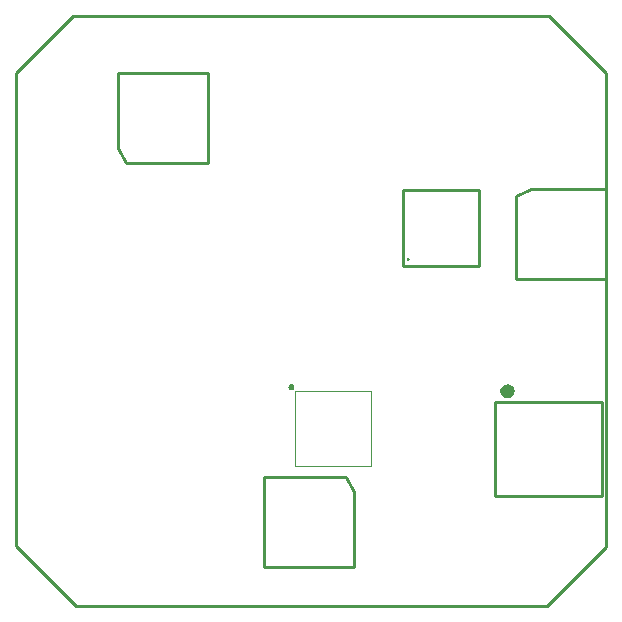
<source format=gm1>
%FSLAX25Y25*%
%MOIN*%
G70*
G01*
G75*
G04 Layer_Color=16711935*
%ADD10R,0.05512X0.04724*%
%ADD11R,0.04331X0.07480*%
%ADD12R,0.05315X0.01575*%
%ADD13R,0.09449X0.02992*%
%ADD14R,0.05118X0.02756*%
%ADD15O,0.03347X0.01102*%
%ADD16O,0.01102X0.03347*%
%ADD17R,0.06693X0.06693*%
%ADD18R,0.16535X0.16535*%
%ADD19O,0.02900X0.01100*%
%ADD20O,0.01100X0.02900*%
%ADD21R,0.15748X0.15748*%
%ADD22R,0.17606X0.17606*%
%ADD23O,0.03347X0.01102*%
%ADD24O,0.01102X0.03347*%
%ADD25R,0.04724X0.04724*%
%ADD26R,0.04921X0.07874*%
%ADD27R,0.02756X0.03543*%
%ADD28R,0.02756X0.00984*%
%ADD29R,0.02402X0.08661*%
%ADD30R,0.05512X0.04331*%
%ADD31R,0.01181X0.01181*%
%ADD32R,0.01181X0.01181*%
%ADD33R,0.02362X0.01969*%
%ADD34R,0.01969X0.02362*%
%ADD35R,0.02756X0.03543*%
%ADD36R,0.03543X0.02756*%
%ADD37R,0.02992X0.09449*%
%ADD38R,0.04331X0.05512*%
%ADD39R,0.04724X0.04724*%
%ADD40R,0.07480X0.04331*%
%ADD41C,0.01200*%
%ADD42C,0.02000*%
%ADD43C,0.01000*%
%ADD44C,0.01500*%
%ADD45O,0.06299X0.04724*%
%ADD46C,0.04724*%
%ADD47R,0.06299X0.06299*%
%ADD48C,0.06299*%
%ADD49R,0.07480X0.07480*%
%ADD50C,0.07480*%
%ADD51C,0.02400*%
%ADD52C,0.03150*%
%ADD53C,0.04000*%
%ADD54O,0.08331X0.06756*%
%ADD55C,0.06756*%
G04:AMPARAMS|DCode=56|XSize=99.37mil|YSize=99.37mil|CornerRadius=0mil|HoleSize=0mil|Usage=FLASHONLY|Rotation=0.000|XOffset=0mil|YOffset=0mil|HoleType=Round|Shape=Relief|Width=10mil|Gap=10mil|Entries=4|*
%AMTHD56*
7,0,0,0.09937,0.07937,0.01000,45*
%
%ADD56THD56*%
%ADD57C,0.07937*%
G04:AMPARAMS|DCode=58|XSize=95.433mil|YSize=95.433mil|CornerRadius=0mil|HoleSize=0mil|Usage=FLASHONLY|Rotation=0.000|XOffset=0mil|YOffset=0mil|HoleType=Round|Shape=Relief|Width=10mil|Gap=10mil|Entries=4|*
%AMTHD58*
7,0,0,0.09543,0.07543,0.01000,45*
%
%ADD58THD58*%
%ADD59C,0.07543*%
G04:AMPARAMS|DCode=60|XSize=72mil|YSize=72mil|CornerRadius=0mil|HoleSize=0mil|Usage=FLASHONLY|Rotation=0.000|XOffset=0mil|YOffset=0mil|HoleType=Round|Shape=Relief|Width=10mil|Gap=10mil|Entries=4|*
%AMTHD60*
7,0,0,0.07200,0.05200,0.01000,45*
%
%ADD60THD60*%
%ADD61C,0.05200*%
%ADD62C,0.00984*%
%ADD63C,0.00394*%
%ADD64C,0.00315*%
%ADD65C,0.00787*%
%ADD66C,0.00500*%
%ADD67R,0.02756X0.02756*%
%ADD68R,0.02756X0.02756*%
%ADD69R,0.05039X0.04252*%
%ADD70R,0.09370X0.02913*%
%ADD71O,0.03150X0.00906*%
%ADD72O,0.00906X0.03150*%
%ADD73O,0.02920X0.01120*%
%ADD74O,0.01120X0.02920*%
%ADD75R,0.15348X0.15348*%
%ADD76O,0.00700X0.02500*%
%ADD77O,0.02500X0.00700*%
%ADD78R,0.02913X0.09370*%
%ADD79R,0.05906X0.05118*%
%ADD80R,0.05131X0.08280*%
%ADD81R,0.06115X0.02375*%
%ADD82R,0.09528X0.03071*%
%ADD83R,0.05918X0.03556*%
%ADD84O,0.03898X0.01654*%
%ADD85O,0.01654X0.03898*%
%ADD86R,0.07244X0.07244*%
%ADD87O,0.03700X0.01900*%
%ADD88O,0.01900X0.03700*%
%ADD89R,0.16548X0.16548*%
%ADD90R,0.18709X0.18709*%
%ADD91O,0.04449X0.02205*%
%ADD92O,0.02205X0.04449*%
%ADD93R,0.05524X0.05524*%
%ADD94R,0.05709X0.08661*%
%ADD95R,0.03556X0.04343*%
%ADD96R,0.03556X0.01784*%
%ADD97R,0.03202X0.09461*%
%ADD98R,0.06312X0.05131*%
%ADD99R,0.03162X0.02769*%
%ADD100R,0.02769X0.03162*%
%ADD101R,0.03556X0.04343*%
%ADD102R,0.04343X0.03556*%
%ADD103R,0.03071X0.09528*%
%ADD104R,0.05131X0.06312*%
%ADD105R,0.05524X0.05524*%
%ADD106R,0.08280X0.05131*%
%ADD107O,0.07099X0.05524*%
%ADD108C,0.05524*%
%ADD109R,0.07099X0.07099*%
%ADD110C,0.07099*%
%ADD111R,0.08280X0.08280*%
%ADD112C,0.08280*%
%ADD113C,0.03200*%
%ADD114C,0.00100*%
G36*
X264713Y173705D02*
X265494Y173183D01*
X266017Y172402D01*
X266200Y171480D01*
X266017Y170559D01*
X265494Y169777D01*
X264713Y169255D01*
X263791Y169072D01*
X262870Y169255D01*
X262088Y169777D01*
X261566Y170559D01*
X261383Y171480D01*
X261566Y172402D01*
X262088Y173183D01*
X262870Y173705D01*
X263791Y173889D01*
X264713Y173705D01*
D02*
G37*
G36*
X192083Y173745D02*
X192414Y173524D01*
X192635Y173193D01*
X192712Y172803D01*
X192635Y172413D01*
X192414Y172082D01*
X192083Y171861D01*
X191693Y171784D01*
X191303Y171861D01*
X190972Y172082D01*
X190751Y172413D01*
X190673Y172803D01*
X190751Y173193D01*
X190972Y173524D01*
X191303Y173745D01*
X191693Y173823D01*
X192083Y173745D01*
D02*
G37*
G36*
X231009Y215910D02*
X231167Y215528D01*
X231009Y215145D01*
X230626Y214986D01*
X230243Y215145D01*
X230085Y215528D01*
X230243Y215910D01*
X230626Y216069D01*
X231009Y215910D01*
D02*
G37*
D43*
X266500Y209000D02*
X296500D01*
X266500D02*
Y236500D01*
X271500Y239000D01*
X296500D01*
Y209000D02*
Y239000D01*
X228894Y213362D02*
X254130D01*
X228894D02*
Y238598D01*
X254130D01*
Y213362D02*
Y238598D01*
X259658Y136441D02*
Y167937D01*
X295091D01*
Y136441D02*
Y167937D01*
X259658Y136441D02*
X295091D01*
X164000Y247500D02*
Y277500D01*
X136500Y247500D02*
X164000D01*
X134000Y252500D02*
X136500Y247500D01*
X134000Y252500D02*
Y277500D01*
X164000D01*
X182500Y113000D02*
Y143000D01*
X210000D01*
X212500Y138000D01*
Y113000D02*
Y138000D01*
X182500Y113000D02*
X212500D01*
X276000Y100000D02*
X276500D01*
X277000D02*
X296500Y119500D01*
Y277500D01*
X277500Y296500D02*
X296500Y277500D01*
X100000D02*
X119000Y296500D01*
X277500D01*
X100000Y120000D02*
Y277500D01*
Y120000D02*
X120000Y100000D01*
X277000D01*
D114*
X192862Y146402D02*
Y171638D01*
X218098D01*
Y146402D02*
Y171638D01*
X192862Y146402D02*
X218098D01*
M02*

</source>
